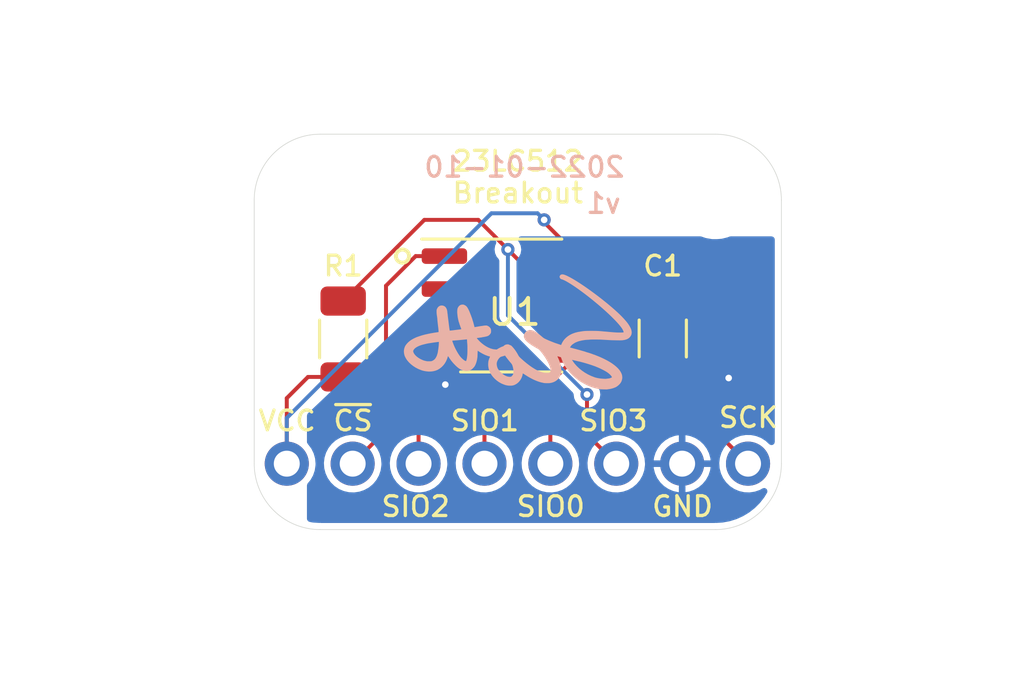
<source format=kicad_pcb>
(kicad_pcb (version 20211014) (generator pcbnew)
  (title_block (title "21LC512 Breakout") (date "2022-01-10") (rev "1") (comment 1 "Author: Scott Clewell"))
  (layers (0 "F.Cu" signal) (31 "B.Cu" signal) (34 "B.Paste" user) (35 "F.Paste" user) (36 "B.SilkS" user "B.Silkscreen") (37 "F.SilkS" user "F.Silkscreen") (38 "B.Mask" user) (39 "F.Mask" user) (44 "Edge.Cuts" user))
  (net 0 "")
  (net 1 "VCC")
  (net 2 "GND")
  (net 3 "/SCK")
  (net 4 "/~{H}{slash}SIO3")
  (net 5 "/SIO0")
  (net 6 "/SIO1")
  (net 7 "/SIO2")
  (net 8 "/~{CS}")
  (footprint "Resistor_SMD:R_1206_3216Metric" (layer "F.Cu") (at 130.429 94.254 90)
    (fp_text reference "R1" (at 2.814 0 180) (layer "F.SilkS") (effects (font (size 0.762 0.762) (thickness 0.127))))
    (fp_text value "10K")
    (fp_line (start -0.727064 -0.91) (end 0.727064 -0.91) (layer "F.SilkS") (width 0.12))
    (fp_line (start -0.727064 0.91) (end 0.727064 0.91) (layer "F.SilkS") (width 0.12))
    (pad "1" smd roundrect locked (at -1.4625 0 90) (size 1.125 1.75) (layers "F.Cu" "F.Paste" "F.Mask") (roundrect_rratio 0.2222222222) (net 1 "VCC"))
    (pad "2" smd roundrect locked (at 1.4625 0 90) (size 1.125 1.75) (layers "F.Cu" "F.Paste" "F.Mask") (roundrect_rratio 0.2222222222) (net 4 "/~{H}{slash}SIO3"))
  )
  (footprint "Capacitor_SMD:C_1206_3216Metric" (layer "F.Cu") (at 142.748 94.234 -90)
    (fp_text reference "C1" (at -2.794 0 180) (layer "F.SilkS") (effects (font (size 0.762 0.762) (thickness 0.127))))
    (fp_text value "10uF")
    (fp_line (start -0.711252 0.91) (end 0.711252 0.91) (layer "F.SilkS") (width 0.12))
    (fp_line (start -0.711252 -0.91) (end 0.711252 -0.91) (layer "F.SilkS") (width 0.12))
    (pad "1" smd roundrect locked (at -1.475 0 270) (size 1.15 1.8) (layers "F.Cu" "F.Paste" "F.Mask") (roundrect_rratio 0.2173913043) (net 1 "VCC"))
    (pad "2" smd roundrect locked (at 1.475 0 270) (size 1.15 1.8) (layers "F.Cu" "F.Paste" "F.Mask") (roundrect_rratio 0.2173913043) (net 2 "GND"))
  )
  (footprint "PrjLibrary:PinHeader_1x08_P2.54mm_Vertical" (layer "F.Cu") (at 146.035 99.06 -90)
    (fp_text reference "J1" hide)
    (fp_text value "Conn_01x08")
    (pad "1" thru_hole circle locked (at 0 0 270) (size 1.7 1.7) (drill 1) (layers *.Cu *.Mask) (net 3 "/SCK"))
    (pad "2" thru_hole oval locked (at 0 2.54 270) (size 1.7 1.7) (drill 1) (layers *.Cu *.Mask) (net 2 "GND"))
    (pad "3" thru_hole oval locked (at 0 5.08 270) (size 1.7 1.7) (drill 1) (layers *.Cu *.Mask) (net 4 "/~{H}{slash}SIO3"))
    (pad "4" thru_hole oval locked (at 0 7.62 270) (size 1.7 1.7) (drill 1) (layers *.Cu *.Mask) (net 5 "/SIO0"))
    (pad "5" thru_hole oval locked (at 0 10.16 270) (size 1.7 1.7) (drill 1) (layers *.Cu *.Mask) (net 6 "/SIO1"))
    (pad "6" thru_hole oval locked (at 0 12.7 270) (size 1.7 1.7) (drill 1) (layers *.Cu *.Mask) (net 7 "/SIO2"))
    (pad "7" thru_hole oval locked (at 0 15.24 270) (size 1.7 1.7) (drill 1) (layers *.Cu *.Mask) (net 8 "/~{CS}"))
    (pad "8" thru_hole oval locked (at 0 17.78 270) (size 1.7 1.7) (drill 1) (layers *.Cu *.Mask) (net 1 "VCC"))
  )
  (footprint "MountingHole:MountingHole_2.5mm" (layer "F.Cu") (at 129.54 88.9)
    (fp_text reference "H1" hide)
    (fp_text value "MountingHole")
    (pad "" np_thru_hole circle locked (at 0 0) (size 2.5 2.5) (drill 2.5) (layers *.Cu *.Mask))
  )
  (footprint "Package_SO:SO-8_3.9x4.9mm_P1.27mm" (layer "F.Cu") (at 136.906 92.964)
    (fp_text reference "U1" (at 0.127 0.254) (layer "F.SilkS"))
    (fp_text value "23LC512")
    (fp_line (start 0 -2.56) (end 1.95 -2.56) (layer "F.SilkS") (width 0.12))
    (fp_line (start 0 2.56) (end 1.95 2.56) (layer "F.SilkS") (width 0.12))
    (fp_line (start 0 -2.56) (end -3.45 -2.56) (layer "F.SilkS") (width 0.12))
    (fp_line (start 0 2.56) (end -1.95 2.56) (layer "F.SilkS") (width 0.12))
    (pad "1" smd roundrect locked (at -2.575 -1.905) (size 1.75 0.6) (layers "F.Cu" "F.Paste" "F.Mask") (net 8 "/~{CS}"))
    (pad "2" smd roundrect locked (at -2.575 -0.635) (size 1.75 0.6) (layers "F.Cu" "F.Paste" "F.Mask") (net 6 "/SIO1"))
    (pad "3" smd roundrect locked (at -2.575 0.635) (size 1.75 0.6) (layers "F.Cu" "F.Paste" "F.Mask") (net 7 "/SIO2"))
    (pad "4" smd roundrect locked (at -2.575 1.905) (size 1.75 0.6) (layers "F.Cu" "F.Paste" "F.Mask") (net 2 "GND"))
    (pad "5" smd roundrect locked (at 2.575 1.905) (size 1.75 0.6) (layers "F.Cu" "F.Paste" "F.Mask") (net 5 "/SIO0"))
    (pad "6" smd roundrect locked (at 2.575 0.635) (size 1.75 0.6) (layers "F.Cu" "F.Paste" "F.Mask") (net 3 "/SCK"))
    (pad "7" smd roundrect locked (at 2.575 -0.635) (size 1.75 0.6) (layers "F.Cu" "F.Paste" "F.Mask") (net 4 "/~{H}{slash}SIO3"))
    (pad "8" smd roundrect locked (at 2.575 -1.905) (size 1.75 0.6) (layers "F.Cu" "F.Paste" "F.Mask") (net 1 "VCC"))
  )
  (footprint "MountingHole:MountingHole_2.5mm" (layer "F.Cu") (at 144.78 88.9)
    (fp_text reference "H2" hide)
    (fp_text value "MountingHole")
    (pad "" np_thru_hole circle locked (at 0 0) (size 2.5 2.5) (drill 2.5) (layers *.Cu *.Mask))
  )
  (footprint "PrjLibrary:signature" (layer "B.Cu") (at 137.100818 94.115454 180)
    (fp_text reference "G***" hide)
    (fp_text value "LOGO" hide)
    (fp_poly (pts (xy -1.744652 2.350015) (xy -1.717789 2.339295) (xy -1.694645 2.319261) (xy -1.691077 2.315148) (xy -1.673697 2.286681) (xy -1.669212 2.257099) (xy -1.67746 2.224981) (xy -1.680165 2.219068) (xy -1.693438 2.196291) (xy -1.709421 2.180319) (xy -1.731593 2.168647) (xy -1.763432 2.158767) (xy -1.764103 2.158594) (xy -1.796258 2.147826) (xy -1.837682 2.129955) (xy -1.886951 2.105669) (xy -1.942643 2.075658) (xy -1.984375 2.051797) (xy -2.085734 1.990273) (xy -2.194748 1.91986) (xy -2.310222 1.841506) (xy -2.430965 1.756159) (xy -2.555783 1.664765) (xy -2.683484 1.568272) (xy -2.812874 1.467628) (xy -2.942761 1.36378) (xy -3.071953 1.257675) (xy -3.199255 1.150261) (xy -3.323476 1.042485) (xy -3.443422 0.935295) (xy -3.557901 0.829638) (xy -3.66572 0.726461) (xy -3.717942 0.674918) (xy -3.803417 0.58807) (xy -3.878628 0.508379) (xy -3.944061 0.435294) (xy -4.0002 0.368261) (xy -4.047531 0.306728) (xy -4.07283 0.270855) (xy -4.089671 0.243945) (xy -4.105481 0.214959) (xy -4.11931 0.186174) (xy -4.130212 0.159866) (xy -4.137237 0.13831) (xy -4.139437 0.123783) (xy -4.136294 0.118571) (xy -4.126147 0.116847) (xy -4.114271 0.114328) (xy -4.098304 0.112395) (xy -4.071667 0.111031) (xy -4.036904 0.110235) (xy -3.99656 0.110001) (xy -3.953181 0.110328) (xy -3.909314 0.111213) (xy -3.867502 0.112652) (xy -3.830292 0.114642) (xy -3.829844 0.114672) (xy -3.79409 0.117071) (xy -3.764301 0.119112) (xy -3.738189 0.120985) (xy -3.713461 0.122881) (xy -3.687829 0.124991) (xy -3.659001 0.127505) (xy -3.624687 0.130615) (xy -3.582597 0.13451) (xy -3.53044 0.139381) (xy -3.509036 0.141385) (xy -3.473582 0.144648) (xy -3.442358 0.147419) (xy -3.417948 0.149475) (xy -3.402934 0.150595) (xy -3.399896 0.150735) (xy -3.388229 0.1514) (xy -3.368289 0.153055) (xy -3.350286 0.154763) (xy -3.291143 0.16043) (xy -3.237674 0.164939) (xy -3.187076 0.168416) (xy -3.136544 0.170984) (xy -3.083277 0.172767) (xy -3.02447 0.173888) (xy -2.95732 0.174471) (xy -2.900495 0.17463) (xy -2.830146 0.174559) (xy -2.771008 0.174123) (xy -2.721068 0.173223) (xy -2.67831 0.171758) (xy -2.64072 0.169628) (xy -2.606282 0.166733) (xy -2.572983 0.162973) (xy -2.538807 0.158248) (xy -2.523463 0.155915) (xy -2.502245 0.152669) (xy -2.480469 0.149405) (xy -2.459289 0.145912) (xy -2.440817 0.142315) (xy -2.440781 0.142307) (xy -2.423686 0.139163) (xy -2.401344 0.135828) (xy -2.394696 0.134965) (xy -2.375691 0.13208) (xy -2.36252 0.129119) (xy -2.359994 0.128112) (xy -2.353282 0.125265) (xy -2.340215 0.121792) (xy -2.317914 0.116962) (xy -2.308489 0.115037) (xy -2.28583 0.109131) (xy -2.254713 0.099257) (xy -2.218812 0.08673) (xy -2.181799 0.072861) (xy -2.147346 0.058965) (xy -2.127651 0.050352) (xy -2.055798 0.012546) (xy -1.986235 -0.033559) (xy -1.921771 -0.085714) (xy -1.86521 -0.141674) (xy -1.823607 -0.193117) (xy -1.799429 -0.229394) (xy -1.776642 -0.267725) (xy -1.757253 -0.304448) (xy -1.743272 -0.335903) (xy -1.739683 -0.346065) (xy -1.733002 -0.362439) (xy -1.72589 -0.367905) (xy -1.720783 -0.366957) (xy -1.711222 -0.363548) (xy -1.691311 -0.356739) (xy -1.663264 -0.347276) (xy -1.629293 -0.335907) (xy -1.594114 -0.324207) (xy -1.5558 -0.311419) (xy -1.520583 -0.29951) (xy -1.490898 -0.289316) (xy -1.469179 -0.281671) (xy -1.458516 -0.277686) (xy -1.446285 -0.272685) (xy -1.434543 -0.26793) (xy -1.420705 -0.262391) (xy -1.402187 -0.25504) (xy -1.376406 -0.244846) (xy -1.34276 -0.231563) (xy -1.313551 -0.220015) (xy -1.290273 -0.210708) (xy -1.270112 -0.202437) (xy -1.250251 -0.193998) (xy -1.227876 -0.184185) (xy -1.20017 -0.171795) (xy -1.164318 -0.155622) (xy -1.14763 -0.14808) (xy -1.105332 -0.128101) (xy -1.072159 -0.1102) (xy -1.044672 -0.092322) (xy -1.01943 -0.072411) (xy -1.016043 -0.069486) (xy -0.950912 -0.013658) (xy -0.893272 0.033647) (xy -0.841543 0.073537) (xy -0.794145 0.107117) (xy -0.749498 0.135494) (xy -0.706022 0.159776) (xy -0.662137 0.181068) (xy -0.651755 0.185687) (xy -0.627676 0.193819) (xy -0.596663 0.201052) (xy -0.563667 0.206549) (xy -0.533639 0.209477) (xy -0.51263 0.20915) (xy -0.492733 0.205396) (xy -0.472059 0.199699) (xy -0.456441 0.193755) (xy -0.453099 0.191823) (xy -0.442187 0.186867) (xy -0.427448 0.182475) (xy -0.409243 0.173704) (xy -0.386837 0.156536) (xy -0.363038 0.133798) (xy -0.340654 0.108316) (xy -0.32249 0.082915) (xy -0.314947 0.06923) (xy -0.302734 0.0361) (xy -0.294997 -0.000097) (xy -0.292247 -0.035056) (xy -0.294995 -0.06447) (xy -0.297937 -0.074199) (xy -0.315611 -0.115798) (xy -0.332198 -0.148279) (xy -0.349871 -0.175346) (xy -0.370802 -0.200704) (xy -0.374503 -0.204747) (xy -0.415407 -0.244519) (xy -0.467501 -0.28788) (xy -0.529527 -0.333946) (xy -0.600225 -0.381832) (xy -0.678335 -0.430654) (xy -0.762597 -0.47953) (xy -0.779211 -0.488756) (xy -0.81605 -0.509222) (xy -0.843696 -0.525264) (xy -0.864598 -0.538751) (xy -0.881201 -0.551548) (xy -0.895951 -0.565523) (xy -0.911296 -0.582543) (xy -0.927677 -0.602057) (xy -0.998462 -0.690998) (xy -1.064697 -0.781332) (xy -1.125427 -0.871493) (xy -1.179696 -0.959915) (xy -1.226548 -1.045032) (xy -1.265029 -1.125278) (xy -1.294183 -1.199088) (xy -1.296917 -1.207161) (xy -1.305944 -1.23454) (xy -1.311793 -1.25398) (xy -1.315406 -1.270114) (xy -1.317724 -1.287573) (xy -1.319691 -1.310991) (xy -1.32065 -1.323871) (xy -1.321915 -1.363891) (xy -1.318203 -1.393357) (xy -1.308495 -1.414339) (xy -1.291772 -1.428906) (xy -1.267015 -1.439126) (xy -1.263385 -1.440178) (xy -1.245547 -1.44282) (xy -1.218073 -1.444164) (xy -1.18438 -1.444325) (xy -1.147886 -1.443419) (xy -1.112009 -1.441562) (xy -1.080166 -1.438872) (xy -1.055774 -1.435463) (xy -1.045104 -1.432763) (xy -1.030863 -1.428756) (xy -1.018646 -1.426187) (xy -0.998512 -1.421088) (xy -0.974439 -1.413384) (xy 0.108399 -1.413384) (xy 0.11257 -1.459837) (xy 0.115199 -1.474119) (xy 0.127324 -1.507895) (xy 0.147487 -1.541695) (xy 0.172 -1.569417) (xy 0.173704 -1.570905) (xy 0.189095 -1.583273) (xy 0.200027 -1.590553) (xy 0.203306 -1.59145) (xy 0.210851 -1.591047) (xy 0.223033 -1.593452) (xy 0.235999 -1.59602) (xy 0.251002 -1.596629) (xy 0.271613 -1.59518) (xy 0.301404 -1.591574) (xy 0.304271 -1.591192) (xy 0.358083 -1.578411) (xy 0.414958 -1.554906) (xy 0.472964 -1.522202) (xy 0.530169 -1.481825) (xy 0.584641 -1.435299) (xy 0.634447 -1.384151) (xy 0.677655 -1.329906) (xy 0.712332 -1.274089) (xy 0.716716 -1.265602) (xy 0.731868 -1.22732) (xy 0.74379 -1.181404) (xy 0.751375 -1.133275) (xy 0.753516 -1.088356) (xy 0.75344 -1.08567) (xy 0.74638 -1.038128) (xy 0.729183 -0.987607) (xy 0.703283 -0.937538) (xy 0.674283 -0.896392) (xy 0.642148 -0.860487) (xy 0.612677 -0.835831) (xy 0.584179 -0.821182) (xy 0.56551 -0.816459) (xy 0.545777 -0.812363) (xy 0.53051 -0.807553) (xy 0.528424 -0.806571) (xy 0.514442 -0.801395) (xy 0.496247 -0.797084) (xy 0.474009 -0.791561) (xy 0.453507 -0.784424) (xy 0.440834 -0.779755) (xy 0.432412 -0.780494) (xy 0.424406 -0.788607) (xy 0.413772 -0.804809) (xy 0.400404 -0.82427) (xy 0.380188 -0.851593) (xy 0.354868 -0.884582) (xy 0.326188 -0.921041) (xy 0.295894 -0.958774) (xy 0.26573 -0.995585) (xy 0.237441 -1.029278) (xy 0.213972 -1.056307) (xy 0.193714 -1.080314) (xy 0.176761 -1.102671) (xy 0.165212 -1.120474) (xy 0.161365 -1.129067) (xy 0.156376 -1.144981) (xy 0.151719 -1.154325) (xy 0.148889 -1.159685) (xy 0.145225 -1.17034) (xy 0.140218 -1.188124) (xy 0.133355 -1.214872) (xy 0.124125 -1.252417) (xy 0.122573 -1.25881) (xy 0.113566 -1.308029) (xy 0.108786 -1.361167) (xy 0.108399 -1.413384) (xy -0.974439 -1.413384) (xy -0.969558 -1.411822) (xy -0.935044 -1.39961) (xy -0.898231 -1.385676) (xy -0.862379 -1.37124) (xy -0.83075 -1.357526) (xy -0.813147 -1.34915) (xy -0.717132 -1.296632) (xy -0.615883 -1.233146) (xy -0.51038 -1.159405) (xy -0.401599 -1.07612) (xy -0.29052 -0.984004) (xy -0.193034 -0.897474) (xy -0.158142 -0.86503) (xy -0.131794 -0.839127) (xy -0.112314 -0.817904) (xy -0.098026 -0.799502) (xy -0.087255 -0.782061) (xy -0.0847 -0.777213) (xy -0.044669 -0.703991) (xy 0.00067 -0.629972) (xy 0.047472 -0.561367) (xy 0.05653 -0.549029) (xy 0.081241 -0.517019) (xy 0.107541 -0.484988) (xy 0.133865 -0.45463) (xy 0.158648 -0.427641) (xy 0.180324 -0.405714) (xy 0.197328 -0.390544) (xy 0.208096 -0.383826) (xy 0.20929 -0.383645) (xy 0.222847 -0.380765) (xy 0.229947 -0.377802) (xy 0.244712 -0.370924) (xy 0.259622 -0.364573) (xy 0.279208 -0.356291) (xy 0.293578 -0.349867) (xy 0.309783 -0.34623) (xy 0.335012 -0.345101) (xy 0.356498 -0.345979) (xy 0.399866 -0.353656) (xy 0.438478 -0.369211) (xy 0.469102 -0.391175) (xy 0.478258 -0.401257) (xy 0.492507 -0.412923) (xy 0.512302 -0.422229) (xy 0.516171 -0.423396) (xy 0.551151 -0.435337) (xy 0.594177 -0.454158) (xy 0.642788 -0.478696) (xy 0.692787 -0.506765) (xy 0.755626 -0.543748) (xy 0.806107 -0.539731) (xy 0.839874 -0.53683) (xy 0.865223 -0.534001) (xy 0.886948 -0.530614) (xy 0.909505 -0.52611) (xy 0.991155 -0.502876) (xy 1.004424 -0.497394) (xy 1.882857 -0.497394) (xy 1.88286 -0.5467) (xy 1.883184 -0.596142) (xy 1.883821 -0.643102) (xy 1.884762 -0.684961) (xy 1.885997 -0.719104) (xy 1.887516 -0.742911) (xy 1.887635 -0.74414) (xy 1.890491 -0.773011) (xy 1.893407 -0.802811) (xy 1.894771 -0.816901) (xy 1.899562 -0.860612) (xy 1.904749 -0.894255) (xy 1.910916 -0.920991) (xy 1.918107 -0.942578) (xy 1.923308 -0.957245) (xy 1.925397 -0.965575) (xy 1.925388 -0.965729) (xy 1.92681 -0.974118) (xy 1.92852 -0.980121) (xy 1.937037 -0.988151) (xy 1.954197 -0.986523) (xy 1.979685 -0.975314) (xy 2.000981 -0.962662) (xy 2.03138 -0.94055) (xy 2.066298 -0.910875) (xy 2.102433 -0.876743) (xy 2.136481 -0.84126) (xy 2.162739 -0.810574) (xy 2.200218 -0.759631) (xy 2.239943 -0.698755) (xy 2.280412 -0.630702) (xy 2.320123 -0.558225) (xy 2.357574 -0.48408) (xy 2.391263 -0.411021) (xy 2.419687 -0.341803) (xy 2.422617 -0.334036) (xy 2.430762 -0.312439) (xy 2.44086 -0.285954) (xy 2.446847 -0.270378) (xy 2.454137 -0.250624) (xy 2.981754 -0.250624) (xy 2.985841 -0.331136) (xy 2.987675 -0.363699) (xy 2.98963 -0.392455) (xy 2.991467 -0.414241) (xy 2.992921 -0.425759) (xy 2.995206 -0.440283) (xy 2.99778 -0.462023) (xy 2.999174 -0.47625) (xy 3.002503 -0.505658) (xy 3.007095 -0.537354) (xy 3.009092 -0.54901) (xy 3.013701 -0.576355) (xy 3.017783 -0.604139) (xy 3.019171 -0.615156) (xy 3.022072 -0.637059) (xy 3.025167 -0.655659) (xy 3.026036 -0.659804) (xy 3.030076 -0.677189) (xy 3.032199 -0.686263) (xy 3.036583 -0.700963) (xy 3.042087 -0.716368) (xy 3.048711 -0.737037) (xy 3.052463 -0.753115) (xy 3.058984 -0.77459) (xy 3.07132 -0.803034) (xy 3.087489 -0.834732) (xy 3.105505 -0.865967) (xy 3.123385 -0.893024) (xy 3.1351 -0.907877) (xy 3.161887 -0.933232) (xy 3.19479 -0.957156) (xy 3.229483 -0.976957) (xy 3.26164 -0.989943) (xy 3.270588 -0.992199) (xy 3.289438 -0.994606) (xy 3.316503 -0.996249) (xy 3.348461 -0.997131) (xy 3.381988 -0.997257) (xy 3.413762 -0.99663) (xy 3.440459 -0.995256) (xy 3.458755 -0.993138) (xy 3.463339 -0.991953) (xy 3.480485 -0.986756) (xy 3.496412 -0.983179) (xy 3.524098 -0.97773) (xy 3.547883 -0.971858) (xy 3.571274 -0.964375) (xy 3.597779 -0.954091) (xy 3.630908 -0.939819) (xy 3.65125 -0.930727) (xy 3.717401 -0.897221) (xy 3.778944 -0.858753) (xy 3.834459 -0.816621) (xy 3.882524 -0.772124) (xy 3.921718 -0.726561) (xy 3.95062 -0.681231) (xy 3.966356 -0.642759) (xy 3.972016 -0.620935) (xy 3.973241 -0.605512) (xy 3.96999 -0.590415) (xy 3.965931 -0.579133) (xy 3.944816 -0.541091) (xy 3.911292 -0.504005) (xy 3.866174 -0.468444) (xy 3.810275 -0.434975) (xy 3.744411 -0.404167) (xy 3.681016 -0.380433) (xy 3.655451 -0.371965) (xy 3.633981 -0.365132) (xy 3.620253 -0.361087) (xy 3.618151 -0.360581) (xy 3.605961 -0.357706) (xy 3.58694 -0.352822) (xy 3.578464 -0.350565) (xy 3.56061 -0.34581) (xy 3.549213 -0.342875) (xy 3.547262 -0.342434) (xy 3.540602 -0.34093) (xy 3.524802 -0.337152) (xy 3.507574 -0.332965) (xy 3.478285 -0.325827) (xy 3.45847 -0.32108) (xy 3.444762 -0.317946) (xy 3.433791 -0.315644) (xy 3.426354 -0.314192) (xy 3.405869 -0.310133) (xy 3.393281 -0.307541) (xy 3.375586 -0.304361) (xy 3.353664 -0.301084) (xy 3.350287 -0.300637) (xy 3.333608 -0.298303) (xy 3.307368 -0.294425) (xy 3.275075 -0.289532) (xy 3.240234 -0.284147) (xy 3.237839 -0.283773) (xy 3.202955 -0.278413) (xy 3.170378 -0.273576) (xy 3.143612 -0.26977) (xy 3.126163 -0.267506) (xy 3.125391 -0.26742) (xy 3.102349 -0.264601) (xy 3.081058 -0.261564) (xy 3.079014 -0.261235) (xy 3.061118 -0.25876) (xy 3.036664 -0.255938) (xy 3.020425 -0.254293) (xy 2.981754 -0.250624) (xy 2.454137 -0.250624) (xy 2.457894 -0.240443) (xy 2.463579 -0.22057) (xy 2.463961 -0.208755) (xy 2.459098 -0.202993) (xy 2.44905 -0.201279) (xy 2.448879 -0.201274) (xy 2.433394 -0.20048) (xy 2.409706 -0.198835) (xy 2.382783 -0.196686) (xy 2.38125 -0.196555) (xy 2.34711 -0.193693) (xy 2.309166 -0.190603) (xy 2.282031 -0.188454) (xy 2.257208 -0.186395) (xy 2.22315 -0.18339) (xy 2.183787 -0.179794) (xy 2.143049 -0.175962) (xy 2.129896 -0.174699) (xy 2.088191 -0.170667) (xy 2.05618 -0.167558) (xy 2.030386 -0.165026) (xy 2.007334 -0.162728) (xy 1.983548 -0.160317) (xy 1.955553 -0.157448) (xy 1.940393 -0.155889) (xy 1.899717 -0.151705) (xy 1.895186 -0.229641) (xy 1.892905 -0.26621) (xy 1.890325 -0.303364) (xy 1.887812 -0.336028) (xy 1.886252 -0.35388) (xy 1.884874 -0.376467) (xy 1.883855 -0.40966) (xy 1.883186 -0.450842) (xy 1.882857 -0.497394) (xy 1.004424 -0.497394) (xy 1.075327 -0.468102) (xy 1.160444 -0.422825) (xy 1.24493 -0.368082) (xy 1.327208 -0.304912) (xy 1.405701 -0.234351) (xy 1.478832 -0.157438) (xy 1.490876 -0.143503) (xy 1.505951 -0.125015) (xy 1.516425 -0.11063) (xy 1.520395 -0.102999) (xy 1.520258 -0.102532) (xy 1.512654 -0.100508) (xy 1.495504 -0.098019) (xy 1.472455 -0.095591) (xy 1.471449 -0.095501) (xy 1.44803 -0.093138) (xy 1.430158 -0.090791) (xy 1.421592 -0.088957) (xy 1.421513 -0.088911) (xy 1.41319 -0.086942) (xy 1.395843 -0.084443) (xy 1.378431 -0.082496) (xy 1.355344 -0.079855) (xy 1.336529 -0.077094) (xy 1.328406 -0.075411) (xy 1.293911 -0.067623) (xy 1.260276 -0.062472) (xy 1.229875 -0.057561) (xy 1.195134 -0.050551) (xy 1.159849 -0.042355) (xy 1.127814 -0.033889) (xy 1.102826 -0.026067) (xy 1.092994 -0.022156) (xy 1.058576 -0.001487) (xy 1.026773 0.026191) (xy 1.0001 0.057931) (xy 0.981072 0.090784) (xy 0.972533 0.119063) (xy 0.970992 0.139474) (xy 0.97052 0.166789) (xy 0.971067 0.195078) (xy 0.972582 0.218412) (xy 0.973425 0.224896) (xy 0.985211 0.260532) (xy 1.007357 0.295768) (xy 1.037265 0.327543) (xy 1.072337 0.352795) (xy 1.089126 0.36122) (xy 1.109061 0.369937) (xy 1.126104 0.377503) (xy 1.128766 0.378706) (xy 1.142315 0.381294) (xy 1.165205 0.38221) (xy 1.193673 0.381568) (xy 1.223951 0.37948) (xy 1.252274 0.376061) (xy 1.260078 0.374746) (xy 1.295315 0.368988) (xy 1.338288 0.363059) (xy 1.362604 0.360082) (xy 1.383942 0.357089) (xy 1.412448 0.352444) (xy 1.442319 0.347098) (xy 1.445287 0.346537) (xy 1.480552 0.339909) (xy 1.507438 0.335089) (xy 1.530536 0.331285) (xy 1.55444 0.327708) (xy 1.55607 0.327473) (xy 1.577279 0.324019) (xy 1.594666 0.320658) (xy 1.60876 0.320401) (xy 1.612454 0.325485) (xy 1.615499 0.346945) (xy 1.620596 0.369854) (xy 1.626277 0.387968) (xy 1.628076 0.391915) (xy 1.631889 0.401288) (xy 1.631375 0.40349) (xy 1.631478 0.409144) (xy 1.634912 0.423599) (xy 1.638224 0.434909) (xy 1.644726 0.45706) (xy 1.649834 0.476515) (xy 1.651168 0.482495) (xy 1.654979 0.497344) (xy 1.661591 0.519345) (xy 1.667901 0.538719) (xy 1.675325 0.561258) (xy 1.681042 0.579643) (xy 1.683521 0.588698) (xy 1.687616 0.604369) (xy 1.694401 0.62665) (xy 1.702709 0.652119) (xy 1.711376 0.677351) (xy 1.719237 0.698923) (xy 1.725128 0.713411) (xy 1.727295 0.717352) (xy 1.732682 0.72939) (xy 1.733021 0.732889) (xy 1.735561 0.745027) (xy 1.741724 0.761882) (xy 1.742204 0.762985) (xy 1.748774 0.778709) (xy 1.758312 0.802523) (xy 1.76911 0.830141) (xy 1.772924 0.840053) (xy 1.787324 0.877416) (xy 1.798743 0.906185) (xy 1.808839 0.930153) (xy 1.819272 0.953115) (xy 1.8317 0.978866) (xy 1.84741 1.010457) (xy 1.873779 1.059267) (xy 1.899235 1.09732) (xy 1.92572 1.126778) (xy 1.955178 1.149801) (xy 1.989554 1.168549) (xy 1.989679 1.168607) (xy 2.015261 1.179961) (xy 2.034114 1.186364) (xy 2.051337 1.188788) (xy 2.072029 1.188209) (xy 2.086056 1.187026) (xy 2.114163 1.183898) (xy 2.134854 1.17939) (xy 2.153014 1.171615) (xy 2.173529 1.15869) (xy 2.19006 1.146912) (xy 2.21411 1.124052) (xy 2.236897 1.093075) (xy 2.255253 1.058953) (xy 2.265646 1.028385) (xy 2.271786 0.989024) (xy 2.275377 0.9426) (xy 2.276117 0.895087) (xy 2.274224 0.857681) (xy 2.267086 0.785718) (xy 2.260037 0.726771) (xy 2.253048 0.680627) (xy 2.247954 0.654844) (xy 2.243077 0.632658) (xy 2.239044 0.613177) (xy 2.238155 0.608542) (xy 2.234283 0.590397) (xy 2.22915 0.56945) (xy 2.228993 0.568855) (xy 2.2249 0.552193) (xy 2.222824 0.541482) (xy 2.222766 0.540711) (xy 2.220341 0.531919) (xy 2.214444 0.516177) (xy 2.212324 0.511001) (xy 2.203988 0.487765) (xy 2.196607 0.461989) (xy 2.195497 0.457281) (xy 2.188274 0.431971) (xy 2.178483 0.40545) (xy 2.175983 0.39971) (xy 2.168228 0.381174) (xy 2.163571 0.367122) (xy 2.162969 0.363511) (xy 2.160461 0.352606) (xy 2.154365 0.336399) (xy 2.153771 0.335037) (xy 2.145544 0.315517) (xy 2.136089 0.291898) (xy 2.133201 0.284428) (xy 2.12586 0.265277) (xy 2.120301 0.250894) (xy 2.118852 0.247204) (xy 2.122739 0.241194) (xy 2.139462 0.235562) (xy 2.169172 0.230268) (xy 2.192734 0.227299) (xy 2.215735 0.224612) (xy 2.236968 0.221999) (xy 2.239037 0.221733) (xy 2.257229 0.219529) (xy 2.281553 0.216773) (xy 2.295261 0.215286) (xy 2.320458 0.212436) (xy 2.352081 0.208629) (xy 2.383447 0.204671) (xy 2.384557 0.204526) (xy 2.411867 0.200972) (xy 2.435928 0.197839) (xy 2.452221 0.195717) (xy 2.454011 0.195484) (xy 2.468914 0.193761) (xy 2.491946 0.191336) (xy 2.517518 0.188792) (xy 2.56449 0.184256) (xy 2.573018 0.235995) (xy 2.577362 0.262984) (xy 2.581006 0.286771) (xy 2.583255 0.302786) (xy 2.583432 0.304271) (xy 2.585777 0.324091) (xy 2.589274 0.352802) (xy 2.593399 0.386172) (xy 2.597629 0.41997) (xy 2.601438 0.449965) (xy 2.602696 0.459714) (xy 2.605073 0.478476) (xy 2.608056 0.502603) (xy 2.609277 0.512631) (xy 2.61176 0.532674) (xy 2.615425 0.561698) (xy 2.619748 0.595566) (xy 2.623548 0.625079) (xy 2.628561 0.663903) (xy 2.632236 0.692729) (xy 2.634939 0.714677) (xy 2.637033 0.732868) (xy 2.638881 0.750424) (xy 2.640848 0.770465) (xy 2.642442 0.787136) (xy 2.644996 0.81145) (xy 2.647411 0.830245) (xy 2.649224 0.839976) (xy 2.649428 0.840458) (xy 2.651049 0.848408) (xy 2.653248 0.865974) (xy 2.655585 0.889585) (xy 2.655902 0.893207) (xy 2.658287 0.91751) (xy 2.660692 0.936394) (xy 2.662642 0.946221) (xy 2.662847 0.946658) (xy 2.665467 0.955679) (xy 2.668221 0.9718) (xy 2.668478 0.973746) (xy 2.675547 1.001166) (xy 2.689104 1.033255) (xy 2.706668 1.064962) (xy 2.725755 1.091235) (xy 2.726812 1.092436) (xy 2.760862 1.12136) (xy 2.802029 1.141631) (xy 2.847171 1.152624) (xy 2.893147 1.153715) (xy 2.936814 1.144279) (xy 2.952955 1.137405) (xy 2.99278 1.111695) (xy 3.025053 1.077265) (xy 3.051607 1.032158) (xy 3.051741 1.031875) (xy 3.061632 1.00963) (xy 3.067724 0.990732) (xy 3.070927 0.970499) (xy 3.072152 0.944247) (xy 3.07231 0.926042) (xy 3.070865 0.869389) (xy 3.066535 0.814178) (xy 3.059766 0.76577) (xy 3.058386 0.758506) (xy 3.054631 0.737375) (xy 3.052359 0.722126) (xy 3.046851 0.678151) (xy 3.043365 0.646291) (xy 3.041806 0.625599) (xy 3.041741 0.618464) (xy 3.041218 0.606858) (xy 3.039369 0.584399) (xy 3.036433 0.553371) (xy 3.032647 0.516057) (xy 3.028249 0.474741) (xy 3.023478 0.431707) (xy 3.018572 0.389239) (xy 3.013768 0.349619) (xy 3.013474 0.347266) (xy 3.006047 0.285915) (xy 3.00064 0.236285) (xy 2.997118 0.197047) (xy 2.995415 0.168701) (xy 2.993844 0.129042) (xy 3.026545 0.124082) (xy 3.051498 0.120269) (xy 3.075346 0.116581) (xy 3.082396 0.115478) (xy 3.106464 0.11184) (xy 3.128698 0.108667) (xy 3.146132 0.106001) (xy 3.171747 0.101751) (xy 3.200712 0.096724) (xy 3.208073 0.095411) (xy 3.23712 0.090317) (xy 3.264051 0.085797) (xy 3.284036 0.082656) (xy 3.287448 0.082172) (xy 3.306482 0.079053) (xy 3.321072 0.075785) (xy 3.321646 0.075613) (xy 3.350115 0.068648) (xy 3.389974 0.061909) (xy 3.410034 0.057904) (xy 3.425872 0.052941) (xy 3.428008 0.051939) (xy 3.437394 0.048176) (xy 3.439583 0.048681) (xy 3.445243 0.049085) (xy 3.459332 0.046584) (xy 3.464388 0.045394) (xy 3.485193 0.040382) (xy 3.503104 0.036272) (xy 3.504648 0.035936) (xy 3.519566 0.032371) (xy 3.54149 0.026745) (xy 3.557565 0.022462) (xy 3.578931 0.016689) (xy 3.595284 0.012297) (xy 3.601641 0.010612) (xy 3.626769 0.003551) (xy 3.660261 -0.006684) (xy 3.698969 -0.019045) (xy 3.739745 -0.032485) (xy 3.779442 -0.045956) (xy 3.814912 -0.05841) (xy 3.843008 -0.0688) (xy 3.856302 -0.074154) (xy 3.94745 -0.116521) (xy 4.026952 -0.160533) (xy 4.096381 -0.207234) (xy 4.157307 -0.257669) (xy 4.205473 -0.306344) (xy 4.225772 -0.330286) (xy 4.246125 -0.356725) (xy 4.264766 -0.383069) (xy 4.279933 -0.406728) (xy 4.289861 -0.425108) (xy 4.292865 -0.434757) (xy 4.29559 -0.444708) (xy 4.30217 -0.45989) (xy 4.302397 -0.46035) (xy 4.31054 -0.47972) (xy 4.31555 -0.496093) (xy 4.319222 -0.512977) (xy 4.324012 -0.535146) (xy 4.325573 -0.542395) (xy 4.331631 -0.592073) (xy 4.330741 -0.64871) (xy 4.323245 -0.708228) (xy 4.309486 -0.766548) (xy 4.305818 -0.778306) (xy 4.293625 -0.808934) (xy 4.27551 -0.846107) (xy 4.253645 -0.885905) (xy 4.230202 -0.924407) (xy 4.207352 -0.957694) (xy 4.203994 -0.962146) (xy 4.137923 -1.038972) (xy 4.061162 -1.111718) (xy 3.976053 -1.178565) (xy 3.884939 -1.237698) (xy 3.790165 -1.2873) (xy 3.776927 -1.293296) (xy 3.748697 -1.305461) (xy 3.717596 -1.318253) (xy 3.686253 -1.330665) (xy 3.657301 -1.34169) (xy 3.633369 -1.350319) (xy 3.617088 -1.355545) (xy 3.611563 -1.356634) (xy 3.603686 -1.358079) (xy 3.58799 -1.362012) (xy 3.581797 -1.363695) (xy 3.569815 -1.366982) (xy 3.559651 -1.369542) (xy 3.548503 -1.371905) (xy 3.533572 -1.374601) (xy 3.512057 -1.378161) (xy 3.481157 -1.383115) (xy 3.469098 -1.385039) (xy 3.379951 -1.393922) (xy 3.290131 -1.392743) (xy 3.202181 -1.381846) (xy 3.118645 -1.361579) (xy 3.042067 -1.332287) (xy 3.026756 -1.324844) (xy 2.9505 -1.279241) (xy 2.878921 -1.222778) (xy 2.814025 -1.157512) (xy 2.757812 -1.085497) (xy 2.712287 -1.008789) (xy 2.705785 -0.995494) (xy 2.674867 -0.926397) (xy 2.652112 -0.866703) (xy 2.637227 -0.815639) (xy 2.636216 -0.811229) (xy 2.634171 -0.804574) (xy 2.631065 -0.802441) (xy 2.625746 -0.806081) (xy 2.617066 -0.816749) (xy 2.603872 -0.835697) (xy 2.585016 -0.864179) (xy 2.578543 -0.874067) (xy 2.505327 -0.977423) (xy 2.424866 -1.073974) (xy 2.340721 -1.161033) (xy 2.291368 -1.207234) (xy 2.247245 -1.244668) (xy 2.205769 -1.275244) (xy 2.164356 -1.300869) (xy 2.121528 -1.32293) (xy 2.047542 -1.351417) (xy 1.973537 -1.36704) (xy 1.900141 -1.369721) (xy 1.828932 -1.359605) (xy 1.818005 -1.356916) (xy 1.807881 -1.353866) (xy 1.795196 -1.349241) (xy 1.776589 -1.341826) (xy 1.752865 -1.332117) (xy 1.730336 -1.319074) (xy 1.701545 -1.296214) (xy 1.667794 -1.264574) (xy 1.666744 -1.263526) (xy 1.638512 -1.234146) (xy 1.61732 -1.208747) (xy 1.59995 -1.182954) (xy 1.583188 -1.152391) (xy 1.579127 -1.144322) (xy 1.558823 -1.097938) (xy 1.5397 -1.044162) (xy 1.523629 -0.988817) (xy 1.512481 -0.937723) (xy 1.512183 -0.935963) (xy 1.505711 -0.896573) (xy 1.500577 -0.863878) (xy 1.497101 -0.839973) (xy 1.495601 -0.826957) (xy 1.495594 -0.826822) (xy 1.495181 -0.817163) (xy 1.49438 -0.796688) (xy 1.493281 -0.767804) (xy 1.491976 -0.732916) (xy 1.490926 -0.704453) (xy 1.489515 -0.667455) (xy 1.488193 -0.635439) (xy 1.487059 -0.610581) (xy 1.48621 -0.595057) (xy 1.485808 -0.590824) (xy 1.480321 -0.593858) (xy 1.466149 -0.60299) (xy 1.445479 -0.616782) (xy 1.422058 -0.632726) (xy 1.397923 -0.648288) (xy 1.367588 -0.666339) (xy 1.333226 -0.685745) (xy 1.297013 -0.705375) (xy 1.261122 -0.724097) (xy 1.22773 -0.740778) (xy 1.199009 -0.754286) (xy 1.177136 -0.76349) (xy 1.164284 -0.767257) (xy 1.16357 -0.767291) (xy 1.150512 -0.770854) (xy 1.1473 -0.773102) (xy 1.137578 -0.778118) (xy 1.11863 -0.785207) (xy 1.094072 -0.793264) (xy 1.067519 -0.801183) (xy 1.042586 -0.807859) (xy 1.022889 -0.812186) (xy 1.016547 -0.813087) (xy 1.014001 -0.818964) (xy 1.017435 -0.833951) (xy 1.026227 -0.855695) (xy 1.029825 -0.863203) (xy 1.0397 -0.886256) (xy 1.050649 -0.916591) (xy 1.061202 -0.94956) (xy 1.069888 -0.980517) (xy 1.075236 -1.004815) (xy 1.075763 -1.008368) (xy 1.080699 -1.058028) (xy 1.082983 -1.108181) (xy 1.082539 -1.15443) (xy 1.079289 -1.192379) (xy 1.079058 -1.193932) (xy 1.073169 -1.231715) (xy 1.068541 -1.258707) (xy 1.064693 -1.277234) (xy 1.061143 -1.289617) (xy 1.057445 -1.298111) (xy 1.05388 -1.307469) (xy 1.05474 -1.309687) (xy 1.055553 -1.312056) (xy 1.053538 -1.320372) (xy 1.048107 -1.336448) (xy 1.038674 -1.362096) (xy 1.032248 -1.37914) (xy 0.996449 -1.45682) (xy 0.948915 -1.533405) (xy 0.891135 -1.607356) (xy 0.824596 -1.67713) (xy 0.750785 -1.741188) (xy 0.671189 -1.797988) (xy 0.587297 -1.84599) (xy 0.576231 -1.851467) (xy 0.544446 -1.865979) (xy 0.508159 -1.881071) (xy 0.470816 -1.895455) (xy 0.435867 -1.907841) (xy 0.406759 -1.916942) (xy 0.390261 -1.920944) (xy 0.374258 -1.923965) (xy 0.351671 -1.928345) (xy 0.338095 -1.931017) (xy 0.310922 -1.93467) (xy 0.27623 -1.936894) (xy 0.238086 -1.937686) (xy 0.200561 -1.937044) (xy 0.167722 -1.934967) (xy 0.14364 -1.931453) (xy 0.142214 -1.931109) (xy 0.121855 -1.926077) (xy 0.10505 -1.922061) (xy 0.102526 -1.921483) (xy 0.089846 -1.917978) (xy 0.074727 -1.9122) (xy 0.053817 -1.902761) (xy 0.031642 -1.892115) (xy -0.02642 -1.857219) (xy -0.081279 -1.811458) (xy -0.130882 -1.757145) (xy -0.173179 -1.696594) (xy -0.206119 -1.632119) (xy -0.212047 -1.617265) (xy -0.223916 -1.585393) (xy -0.23186 -1.562583) (xy -0.236908 -1.545631) (xy -0.240085 -1.531332) (xy -0.24071 -1.527784) (xy -0.245904 -1.498232) (xy -0.250143 -1.476645) (xy -0.252987 -1.465213) (xy -0.253552 -1.464034) (xy -0.259242 -1.467026) (xy -0.274192 -1.476189) (xy -0.296626 -1.490397) (xy -0.324767 -1.508528) (xy -0.354022 -1.52761) (xy -0.423828 -1.571702) (xy -0.496587 -1.614578) (xy -0.56977 -1.654906) (xy -0.640845 -1.691352) (xy -0.707284 -1.722581) (xy -0.766556 -1.747261) (xy -0.780521 -1.752455) (xy -0.799897 -1.759728) (xy -0.815906 -1.766182) (xy -0.816901 -1.766614) (xy -0.831195 -1.772051) (xy -0.853813 -1.779797) (xy -0.880726 -1.78857) (xy -0.907906 -1.797087) (xy -0.931324 -1.804064) (xy -0.946954 -1.808218) (xy -0.948547 -1.808551) (xy -0.964892 -1.812469) (xy -0.972344 -1.814792) (xy -0.985195 -1.818063) (xy -1.004101 -1.821519) (xy -1.007842 -1.822084) (xy -1.025424 -1.82516) (xy -1.036863 -1.828118) (xy -1.038095 -1.828688) (xy -1.05104 -1.832608) (xy -1.074555 -1.835931) (xy -1.10599 -1.838568) (xy -1.142695 -1.840432) (xy -1.18202 -1.841433) (xy -1.221317 -1.841482) (xy -1.257934 -1.840492) (xy -1.289223 -1.838372) (xy -1.29807 -1.837392) (xy -1.376411 -1.821914) (xy -1.450113 -1.796174) (xy -1.517482 -1.761051) (xy -1.57682 -1.717422) (xy -1.624744 -1.668242) (xy -1.642039 -1.644363) (xy -1.660625 -1.614272) (xy -1.678601 -1.58157) (xy -1.694066 -1.549857) (xy -1.705118 -1.522736) (xy -1.709267 -1.508125) (xy -1.713432 -1.490114) (xy -1.719189 -1.469275) (xy -1.719442 -1.468437) (xy -1.724015 -1.448634) (xy -1.728203 -1.422655) (xy -1.730168 -1.405598) (xy -1.732637 -1.38248) (xy -1.7352 -1.363774) (xy -1.736817 -1.355523) (xy -1.737713 -1.34234) (xy -1.736573 -1.318929) (xy -1.733754 -1.288073) (xy -1.72961 -1.252556) (xy -1.724497 -1.21516) (xy -1.718771 -1.178669) (xy -1.712786 -1.145866) (xy -1.706899 -1.119534) (xy -1.706463 -1.117864) (xy -1.702331 -1.101216) (xy -1.700185 -1.090529) (xy -1.700115 -1.089761) (xy -1.69775 -1.081314) (xy -1.691878 -1.064736) (xy -1.686282 -1.050074) (xy -1.676686 -1.024699) (xy -1.667657 -0.999382) (xy -1.664142 -0.98888) (xy -1.655824 -0.965736) (xy -1.645391 -0.940052) (xy -1.642128 -0.932656) (xy -1.622311 -0.888952) (xy -1.607459 -0.85594) (xy -1.597134 -0.832237) (xy -1.5909 -0.816459) (xy -1.58832 -0.807221) (xy -1.588958 -0.803139) (xy -1.592377 -0.80283) (xy -1.59814 -0.804909) (xy -1.602383 -0.806663) (xy -1.620173 -0.812796) (xy -1.637109 -0.817557) (xy -1.652075 -0.821319) (xy -1.660251 -0.823526) (xy -1.66026 -0.823529) (xy -1.668075 -0.825764) (xy -1.684153 -0.830194) (xy -1.693944 -0.832859) (xy -1.711187 -0.838242) (xy -1.721615 -0.845061) (xy -1.728662 -0.857054) (xy -1.73576 -0.877958) (xy -1.735962 -0.878608) (xy -1.750569 -0.921449) (xy -1.765727 -0.958448) (xy -1.773264 -0.973907) (xy -1.77842 -0.987265) (xy -1.779323 -0.99291) (xy -1.782614 -1.004527) (xy -1.791726 -1.025295) (xy -1.805518 -1.053115) (xy -1.822847 -1.08589) (xy -1.842573 -1.12152) (xy -1.863552 -1.157908) (xy -1.884644 -1.192955) (xy -1.904707 -1.224565) (xy -1.90851 -1.230312) (xy -1.984909 -1.33517) (xy -2.072522 -1.438292) (xy -2.169337 -1.537747) (xy -2.273342 -1.631605) (xy -2.382522 -1.717935) (xy -2.494866 -1.794807) (xy -2.501398 -1.798911) (xy -2.529988 -1.816018) (xy -2.565871 -1.83633) (xy -2.606433 -1.858482) (xy -2.649062 -1.881109) (xy -2.691145 -1.902846) (xy -2.730069 -1.922329) (xy -2.763221 -1.938191) (xy -2.787988 -1.949068) (xy -2.791354 -1.950392) (xy -2.813693 -1.959308) (xy -2.835082 -1.968382) (xy -2.835221 -1.968444) (xy -2.848774 -1.973772) (xy -2.871137 -1.981881) (xy -2.898668 -1.991523) (xy -2.927725 -2.001453) (xy -2.954665 -2.010423) (xy -2.975847 -2.017185) (xy -2.986484 -2.020237) (xy -2.996432 -2.022892) (xy -3.013909 -2.027752) (xy -3.022864 -2.030282) (xy -3.044878 -2.03621) (xy -3.064286 -2.040919) (xy -3.069167 -2.041948) (xy -3.087601 -2.045626) (xy -3.099195 -2.048337) (xy -3.11011 -2.051548) (xy -3.112161 -2.052193) (xy -3.124824 -2.055434) (xy -3.14434 -2.059118) (xy -3.173002 -2.063646) (xy -3.201458 -2.067775) (xy -3.224067 -2.0713) (xy -3.244453 -2.07492) (xy -3.257319 -2.076331) (xy -3.279793 -2.077708) (xy -3.309426 -2.078997) (xy -3.343774 -2.080145) (xy -3.380391 -2.0811) (xy -3.416829 -2.081808) (xy -3.450643 -2.082217) (xy -3.479387 -2.082274) (xy -3.500613 -2.081925) (xy -3.511877 -2.081117) (xy -3.512992 -2.08074) (xy -3.520843 -2.078272) (xy -3.537401 -2.075442) (xy -3.548956 -2.073995) (xy -3.572012 -2.071231) (xy -3.592152 -2.068451) (xy -3.598333 -2.067453) (xy -3.616718 -2.064216) (xy -3.637853 -2.060506) (xy -3.638021 -2.060476) (xy -3.661489 -2.055384) (xy -3.684323 -2.049104) (xy -3.700341 -2.044324) (xy -3.710068 -2.041944) (xy -3.710781 -2.041882) (xy -3.719559 -2.039674) (xy -3.737187 -2.033722) (xy -3.760279 -2.025308) (xy -3.785448 -2.015713) (xy -3.809307 -2.006219) (xy -3.828471 -1.998109) (xy -3.836844 -1.994166) (xy -3.884424 -1.965461) (xy -3.931219 -1.929501) (xy -3.974374 -1.889006) (xy -4.011027 -1.846695) (xy -4.038321 -1.805286) (xy -4.041186 -1.799809) (xy -4.052182 -1.777295) (xy -4.060751 -1.758404) (xy -4.065076 -1.747142) (xy -4.065115 -1.746992) (xy -4.074538 -1.708343) (xy -4.08097 -1.679435) (xy -4.084851 -1.657232) (xy -4.08662 -1.638698) (xy -4.086718 -1.620796) (xy -4.086339 -1.61363) (xy -3.691144 -1.61363) (xy -3.658708 -1.630067) (xy -3.637346 -1.640045) (xy -3.618393 -1.647487) (xy -3.610649 -1.649735) (xy -3.591179 -1.654052) (xy -3.578489 -1.657088) (xy -3.563184 -1.659822) (xy -3.54016 -1.662755) (xy -3.518958 -1.664841) (xy -3.496444 -1.667161) (xy -3.479706 -1.669664) (xy -3.472656 -1.671682) (xy -3.464308 -1.673195) (xy -3.44524 -1.673614) (xy -3.417907 -1.673079) (xy -3.38476 -1.671727) (xy -3.348252 -1.669697) (xy -3.310837 -1.667129) (xy -3.274966 -1.664161) (xy -3.243093 -1.660931) (xy -3.217671 -1.657579) (xy -3.214687 -1.657095) (xy -3.178516 -1.65102) (xy -3.153049 -1.646685) (xy -3.135943 -1.643656) (xy -3.124854 -1.6415) (xy -3.117437 -1.639781) (xy -3.111349 -1.638066) (xy -3.110451 -1.637796) (xy -3.095068 -1.634002) (xy -3.08098 -1.631235) (xy -3.066238 -1.62767) (xy -3.043442 -1.621021) (xy -3.017018 -1.612593) (xy -3.011526 -1.610754) (xy -2.884516 -1.561716) (xy -2.760506 -1.501791) (xy -2.641083 -1.432077) (xy -2.527835 -1.353672) (xy -2.422348 -1.267673) (xy -2.326209 -1.175179) (xy -2.241709 -1.078177) (xy -2.228687 -1.060991) (xy -2.212739 -1.038871) (xy -2.195599 -1.014366) (xy -2.179002 -0.990025) (xy -2.164683 -0.968397) (xy -2.154377 -0.952033) (xy -2.14982 -0.943481) (xy -2.149739 -0.94304) (xy -2.154968 -0.942455) (xy -2.165227 -0.945486) (xy -2.183876 -0.951214) (xy -2.199954 -0.954854) (xy -2.23523 -0.96193) (xy -2.261062 -0.968498) (xy -2.276309 -0.972401) (xy -2.288646 -0.975052) (xy -2.307268 -0.979042) (xy -2.318411 -0.981739) (xy -2.359279 -0.991956) (xy -2.400529 -1.001162) (xy -2.439128 -1.008983) (xy -2.457985 -1.013303) (xy -2.470547 -1.016847) (xy -2.480287 -1.019942) (xy -2.48947 -1.02253) (xy -2.503697 -1.026144) (xy -2.511888 -1.028181) (xy -2.533764 -1.03381) (xy -2.562864 -1.041568) (xy -2.595622 -1.050472) (xy -2.628471 -1.05954) (xy -2.657844 -1.067792) (xy -2.680174 -1.074245) (xy -2.688828 -1.076883) (xy -2.706113 -1.082258) (xy -2.730008 -1.089512) (xy -2.748359 -1.095) (xy -2.778632 -1.104237) (xy -2.814141 -1.115468) (xy -2.852243 -1.127814) (xy -2.890295 -1.140394) (xy -2.925654 -1.152327) (xy -2.955676 -1.162733) (xy -2.977718 -1.170732) (xy -2.987484 -1.174648) (xy -3.003713 -1.181041) (xy -3.015126 -1.183988) (xy -3.015686 -1.18401) (xy -3.027442 -1.186846) (xy -3.03453 -1.189945) (xy -3.047508 -1.195862) (xy -3.066877 -1.203879) (xy -3.075781 -1.20738) (xy -3.147914 -1.236774) (xy -3.222704 -1.270025) (xy -3.29718 -1.305654) (xy -3.36837 -1.34218) (xy -3.433303 -1.378123) (xy -3.489008 -1.412004) (xy -3.496911 -1.417164) (xy -3.54049 -1.448222) (xy -3.582055 -1.482079) (xy -3.619349 -1.516605) (xy -3.650114 -1.549674) (xy -3.672091 -1.579157) (xy -3.676158 -1.586103) (xy -3.691144 -1.61363) (xy -4.086339 -1.61363) (xy -4.085832 -1.604036) (xy -4.082462 -1.564871) (xy -4.077547 -1.53364) (xy -4.069748 -1.50505) (xy -4.057731 -1.473808) (xy -4.046579 -1.448593) (xy -4.014269 -1.388188) (xy -3.972446 -1.328512) (xy -3.920428 -1.26885) (xy -3.85753 -1.208489) (xy -3.783069 -1.146713) (xy -3.697552 -1.083642) (xy -3.641156 -1.046409) (xy -3.574702 -1.006476) (xy -3.500734 -0.965164) (xy -3.421796 -0.923796) (xy -3.340433 -0.883693) (xy -3.259189 -0.846176) (xy -3.180609 -0.812567) (xy -3.158463 -0.803653) (xy -3.120957 -0.788743) (xy -3.086357 -0.774902) (xy -3.057096 -0.763109) (xy -3.035607 -0.754344) (xy -3.025172 -0.749964) (xy -3.008364 -0.743669) (xy -2.995916 -0.740807) (xy -2.995407 -0.740792) (xy -2.983313 -0.73786) (xy -2.969136 -0.731699) (xy -2.956079 -0.726124) (xy -2.933304 -0.717595) (xy -2.903727 -0.707092) (xy -2.87026 -0.695595) (xy -2.835817 -0.684083) (xy -2.803313 -0.673536) (xy -2.775661 -0.664934) (xy -2.755774 -0.659257) (xy -2.749158 -0.657728) (xy -2.734483 -0.65396) (xy -2.712111 -0.646993) (xy -2.686724 -0.638289) (xy -2.685164 -0.637728) (xy -2.660861 -0.629124) (xy -2.640417 -0.622177) (xy -2.6279 -0.618266) (xy -2.627215 -0.618089) (xy -2.614879 -0.614771) (xy -2.595003 -0.609168) (xy -2.579687 -0.604756) (xy -2.554552 -0.597505) (xy -2.530595 -0.590685) (xy -2.520156 -0.587758) (xy -2.497871 -0.581446) (xy -2.477161 -0.575389) (xy -2.459785 -0.570405) (xy -2.435767 -0.563784) (xy -2.41763 -0.55891) (xy -2.395652 -0.553059) (xy -2.378655 -0.5485) (xy -2.371328 -0.546501) (xy -2.338482 -0.5372) (xy -2.31613 -0.530923) (xy -2.302048 -0.527051) (xy -2.295286 -0.525278) (xy -2.281696 -0.521796) (xy -2.26138 -0.516525) (xy -2.238645 -0.51059) (xy -2.217798 -0.505118) (xy -2.203147 -0.501234) (xy -2.199349 -0.500199) (xy -2.167733 -0.491236) (xy -2.145652 -0.485033) (xy -2.129914 -0.480738) (xy -2.117327 -0.477497) (xy -2.104701 -0.474458) (xy -2.091465 -0.471376) (xy -2.069571 -0.466299) (xy -2.095255 -0.426626) (xy -2.112647 -0.402361) (xy -2.132055 -0.379142) (xy -2.146767 -0.364335) (xy -2.16591 -0.34902) (xy -2.19104 -0.330894) (xy -2.2191 -0.311941) (xy -2.24703 -0.294142) (xy -2.271774 -0.279482) (xy -2.290272 -0.269942) (xy -2.295435 -0.267942) (xy -2.312049 -0.261949) (xy -2.332936 -0.253399) (xy -2.338255 -0.251069) (xy -2.36088 -0.241801) (xy -2.386866 -0.232311) (xy -2.410653 -0.224547) (xy -2.424245 -0.220915) (xy -2.434256 -0.218572) (xy -2.45184 -0.214278) (xy -2.460625 -0.212099) (xy -2.485493 -0.205952) (xy -2.504487 -0.201502) (xy -2.522234 -0.197784) (xy -2.543364 -0.193835) (xy -2.572507 -0.188689) (xy -2.575526 -0.188162) (xy -2.607581 -0.182687) (xy -2.633905 -0.17864) (xy -2.6582 -0.175631) (xy -2.684164 -0.173274) (xy -2.715498 -0.171182) (xy -2.755901 -0.168966) (xy -2.761588 -0.16867) (xy -2.793257 -0.16684) (xy -2.820455 -0.164911) (xy -2.840246 -0.163117) (xy -2.849617 -0.161715) (xy -2.858668 -0.160886) (xy -2.87893 -0.16022) (xy -2.908387 -0.159717) (xy -2.945021 -0.159373) (xy -2.986817 -0.159187) (xy -3.031757 -0.159156) (xy -3.077825 -0.15928) (xy -3.123003 -0.159555) (xy -3.165275 -0.159979) (xy -3.202625 -0.160551) (xy -3.233035 -0.161269) (xy -3.254375 -0.162124) (xy -3.27484 -0.163274) (xy -3.306048 -0.165012) (xy -3.345533 -0.1672) (xy -3.39083 -0.169703) (xy -3.439473 -0.172383) (xy -3.475963 -0.174389) (xy -3.522722 -0.176963) (xy -3.56541 -0.179324) (xy -3.60216 -0.181368) (xy -3.631102 -0.18299) (xy -3.650368 -0.184086) (xy -3.657864 -0.184536) (xy -3.666796 -0.184849) (xy -3.687212 -0.185392) (xy -3.717369 -0.186125) (xy -3.755526 -0.187005) (xy -3.799941 -0.187993) (xy -3.84887 -0.189048) (xy -3.862917 -0.189345) (xy -3.933196 -0.190536) (xy -3.991086 -0.190871) (xy -4.037399 -0.190337) (xy -4.072947 -0.188924) (xy -4.098542 -0.186618) (xy -4.104349 -0.185759) (xy -4.131425 -0.181333) (xy -4.156559 -0.177346) (xy -4.173066 -0.174846) (xy -4.189936 -0.17169) (xy -4.200726 -0.16836) (xy -4.201153 -0.16812) (xy -4.21175 -0.164173) (xy -4.221733 -0.16182) (xy -4.240306 -0.156654) (xy -4.24987 -0.152868) (xy -4.263365 -0.146644) (xy -4.283365 -0.137478) (xy -4.296172 -0.13163) (xy -4.332367 -0.109798) (xy -4.367272 -0.079205) (xy -4.39834 -0.042965) (xy -4.423024 -0.004194) (xy -4.438778 0.033993) (xy -4.44165 0.046303) (xy -4.446921 0.07763) (xy -4.449757 0.102828) (xy -4.449995 0.125772) (xy -4.447473 0.150339) (xy -4.442028 0.180405) (xy -4.434583 0.214974) (xy -4.426704 0.239653) (xy -4.412833 0.27225) (xy -4.394477 0.309786) (xy -4.373143 0.349278) (xy -4.350337 0.387747) (xy -4.336147 0.409735) (xy -4.31183 0.445241) (xy -4.288003 0.47816) (xy -4.262908 0.510661) (xy -4.234786 0.544914) (xy -4.201882 0.583088) (xy -4.162436 0.62735) (xy -4.137422 0.654959) (xy -4.06642 0.730034) (xy -3.985408 0.81042) (xy -3.895406 0.895345) (xy -3.797436 0.984037) (xy -3.692519 1.075726) (xy -3.581676 1.169638) (xy -3.465928 1.265002) (xy -3.346296 1.361047) (xy -3.223801 1.457) (xy -3.099465 1.552089) (xy -2.974308 1.645543) (xy -2.849351 1.73659) (xy -2.725617 1.824457) (xy -2.604125 1.908374) (xy -2.485896 1.987569) (xy -2.371953 2.061269) (xy -2.263316 2.128702) (xy -2.161006 2.189098) (xy -2.066045 2.241683) (xy -1.981068 2.284909) (xy -1.924715 2.311039) (xy -1.877829 2.3304) (xy -1.83884 2.343523) (xy -1.80618 2.350939) (xy -1.779323 2.353182)) (layer "B.SilkS") (width 0) (fill solid))
  )
  (gr_circle (center 132.715 91.059) (end 132.969 91.059) (layer "F.SilkS") (width 0.1524) (fill none))
  (gr_line locked (start 129.54 86.36) (end 144.78 86.36) (layer "Edge.Cuts") (width 0.0254))
  (gr_line locked (start 147.32 88.9) (end 147.32 99.06) (layer "Edge.Cuts") (width 0.0254))
  (gr_arc locked (start 144.78 86.36) (mid 146.576051 87.103949) (end 147.32 88.9) (layer "Edge.Cuts") (width 0.0254))
  (gr_arc locked (start 127 88.9) (mid 127.743949 87.103949) (end 129.54 86.36) (layer "Edge.Cuts") (width 0.0254))
  (gr_line locked (start 129.54 101.6) (end 144.78 101.6) (layer "Edge.Cuts") (width 0.0254))
  (gr_arc locked (start 129.54 101.6) (mid 127.743949 100.856051) (end 127 99.06) (layer "Edge.Cuts") (width 0.0254))
  (gr_arc locked (start 147.32 99.06) (mid 146.576051 100.856051) (end 144.78 101.6) (layer "Edge.Cuts") (width 0.0254))
  (gr_line locked (start 127 99.06) (end 127 88.9) (layer "Edge.Cuts") (width 0.0254))
  (gr_text "v1" (at 140.462 89.027) (layer "B.SilkS") (effects (font (size 0.762 0.762) (thickness 0.127)) (justify mirror)))
  (gr_text "2022-01-10" (at 137.414 87.63) (layer "B.SilkS") (effects (font (size 0.762 0.762) (thickness 0.127)) (justify mirror)))
  (gr_text "GND" (at 143.51 100.711) (layer "F.SilkS") (effects (font (size 0.762 0.762) (thickness 0.127))))
  (gr_text "SIO1" (at 135.89 97.409) (layer "F.SilkS") (effects (font (size 0.762 0.762) (thickness 0.127))))
  (gr_text "~{CS}" (at 130.81 97.409) (layer "F.SilkS") (effects (font (size 0.762 0.762) (thickness 0.127))))
  (gr_text "SIO3" (at 140.843 97.409) (layer "F.SilkS") (effects (font (size 0.762 0.762) (thickness 0.127))))
  (gr_text "SIO0" (at 138.43 100.711) (layer "F.SilkS") (effects (font (size 0.762 0.762) (thickness 0.127))))
  (gr_text "23LC512\nBreakout" (at 137.16 88.011) (layer "F.SilkS") (effects (font (size 0.762 0.762) (thickness 0.127))))
  (gr_text "VCC" (at 128.27 97.409) (layer "F.SilkS") (effects (font (size 0.762 0.762) (thickness 0.127))))
  (gr_text "SIO2" (at 133.223 100.711) (layer "F.SilkS") (effects (font (size 0.762 0.762) (thickness 0.127))))
  (gr_text "SCK" (at 146.05 97.282) (layer "F.SilkS") (effects (font (size 0.762 0.762) (thickness 0.127))))
  (segment (start 129.0735 95.7165) (end 130.429 95.7165) (width 0.1524) (layer "F.Cu") (net 1))
  (segment (start 138.176 89.662) (end 138.176 89.754) (width 0.1524) (layer "F.Cu") (net 1))
  (segment (start 141.048 91.059) (end 142.748 92.759) (width 0.1524) (layer "F.Cu") (net 1))
  (segment (start 128.255 99.06) (end 128.255 96.535) (width 0.1524) (layer "F.Cu") (net 1))
  (segment (start 139.481 91.059) (end 141.048 91.059) (width 0.1524) (layer "F.Cu") (net 1))
  (segment (start 128.255 96.535) (end 129.0735 95.7165) (width 0.1524) (layer "F.Cu") (net 1))
  (segment (start 138.176 89.754) (end 139.481 91.059) (width 0.1524) (layer "F.Cu") (net 1))
  (via (at 138.176 89.662) (size 0.508) (drill 0.254) (layers "F.Cu" "B.Cu") (net 1))
  (segment (start 137.922 89.408) (end 138.176 89.662) (width 0.1524) (layer "B.Cu") (net 1))
  (segment (start 128.255 97.297) (end 136.144 89.408) (width 0.1524) (layer "B.Cu") (net 1))
  (segment (start 128.255 99.06) (end 128.255 97.297) (width 0.1524) (layer "B.Cu") (net 1))
  (segment (start 136.144 89.408) (end 137.922 89.408) (width 0.1524) (layer "B.Cu") (net 1))
  (segment (start 142.797 95.758) (end 145.288 95.758) (width 0.1524) (layer "F.Cu") (net 2))
  (segment (start 134.331 95.977) (end 134.366 96.012) (width 0.1524) (layer "F.Cu") (net 2))
  (segment (start 134.331 94.869) (end 134.331 95.977) (width 0.1524) (layer "F.Cu") (net 2))
  (segment (start 142.748 95.709) (end 142.797 95.758) (width 0.1524) (layer "F.Cu") (net 2))
  (via (at 134.366 96.012) (size 0.508) (drill 0.254) (layers "F.Cu" "B.Cu") (net 2))
  (via (at 145.288 95.758) (size 0.508) (drill 0.254) (layers "F.Cu" "B.Cu") (net 2))
  (segment (start 144.384 97.409) (end 146.035 99.06) (width 0.1524) (layer "F.Cu") (net 3))
  (segment (start 141.097 96.662) (end 141.112 96.662) (width 0.1524) (layer "F.Cu") (net 3))
  (segment (start 140.081 93.599) (end 139.481 93.599) (width 0.1524) (layer "F.Cu") (net 3))
  (segment (start 141.859 97.409) (end 144.384 97.409) (width 0.1524) (layer "F.Cu") (net 3))
  (segment (start 141.097 94.615) (end 140.081 93.599) (width 0.1524) (layer "F.Cu") (net 3))
  (segment (start 141.097 96.662) (end 141.097 94.615) (width 0.1524) (layer "F.Cu") (net 3))
  (segment (start 141.112 96.662) (end 141.859 97.409) (width 0.1524) (layer "F.Cu") (net 3))
  (segment (start 130.429 92.7915) (end 133.5585 89.662) (width 0.1524) (layer "F.Cu") (net 4))
  (segment (start 140.955 99.06) (end 139.827 97.932) (width 0.1524) (layer "F.Cu") (net 4))
  (segment (start 138.303 92.329) (end 136.779 90.805) (width 0.1524) (layer "F.Cu") (net 4))
  (segment (start 139.827 97.932) (end 139.827 96.393) (width 0.1524) (layer "F.Cu") (net 4))
  (segment (start 136.779 90.805) (end 135.636 89.662) (width 0.1524) (layer "F.Cu") (net 4))
  (segment (start 139.481 92.329) (end 138.303 92.329) (width 0.1524) (layer "F.Cu") (net 4))
  (segment (start 133.5585 89.662) (end 135.636 89.662) (width 0.1524) (layer "F.Cu") (net 4))
  (via (at 139.827 96.393) (size 0.508) (drill 0.254) (layers "F.Cu" "B.Cu") (net 4))
  (via (at 136.779 90.805) (size 0.508) (drill 0.254) (layers "F.Cu" "B.Cu") (net 4))
  (segment (start 136.779 93.345) (end 136.779 90.805) (width 0.1524) (layer "B.Cu") (net 4))
  (segment (start 139.827 96.393) (end 136.779 93.345) (width 0.1524) (layer "B.Cu") (net 4))
  (segment (start 138.415 99.06) (end 138.415 95.935) (width 0.1524) (layer "F.Cu") (net 5))
  (segment (start 138.415 95.935) (end 139.481 94.869) (width 0.1524) (layer "F.Cu") (net 5))
  (segment (start 135.875 99.06) (end 135.875 92.979) (width 0.1524) (layer "F.Cu") (net 6))
  (segment (start 135.89 92.964) (end 135.255 92.329) (width 0.1524) (layer "F.Cu") (net 6))
  (segment (start 135.875 92.979) (end 135.89 92.964) (width 0.1524) (layer "F.Cu") (net 6))
  (segment (start 135.255 92.329) (end 134.331 92.329) (width 0.1524) (layer "F.Cu") (net 6))
  (segment (start 133.223 93.599) (end 134.331 93.599) (width 0.1524) (layer "F.Cu") (net 7))
  (segment (start 132.842 93.98) (end 133.223 93.599) (width 0.1524) (layer "F.Cu") (net 7))
  (segment (start 133.335 96.886) (end 132.842 96.393) (width 0.1524) (layer "F.Cu") (net 7))
  (segment (start 132.842 96.393) (end 132.842 93.98) (width 0.1524) (layer "F.Cu") (net 7))
  (segment (start 133.335 99.06) (end 133.335 96.886) (width 0.1524) (layer "F.Cu") (net 7))
  (segment (start 132.08 97.775) (end 130.795 99.06) (width 0.1524) (layer "F.Cu") (net 8))
  (segment (start 133.223 91.059) (end 132.08 92.202) (width 0.1524) (layer "F.Cu") (net 8))
  (segment (start 132.08 92.202) (end 132.08 97.775) (width 0.1524) (layer "F.Cu") (net 8))
  (segment (start 134.331 91.059) (end 133.223 91.059) (width 0.1524) (layer "F.Cu") (net 8))
  (zone (net 2) (net_name "GND") (layer "B.Cu") (connect_pads (clearance 0.254)) (min_thickness 0.254) (fill yes (thermal_gap 0.254) (thermal_bridge_width 0.254))
    (polygon (pts (xy 147.574 102.108) (xy 129.032 102.108) (xy 129.032 97.155) (xy 136.271 90.297) (xy 147.574 90.297)))
  )
)
</source>
